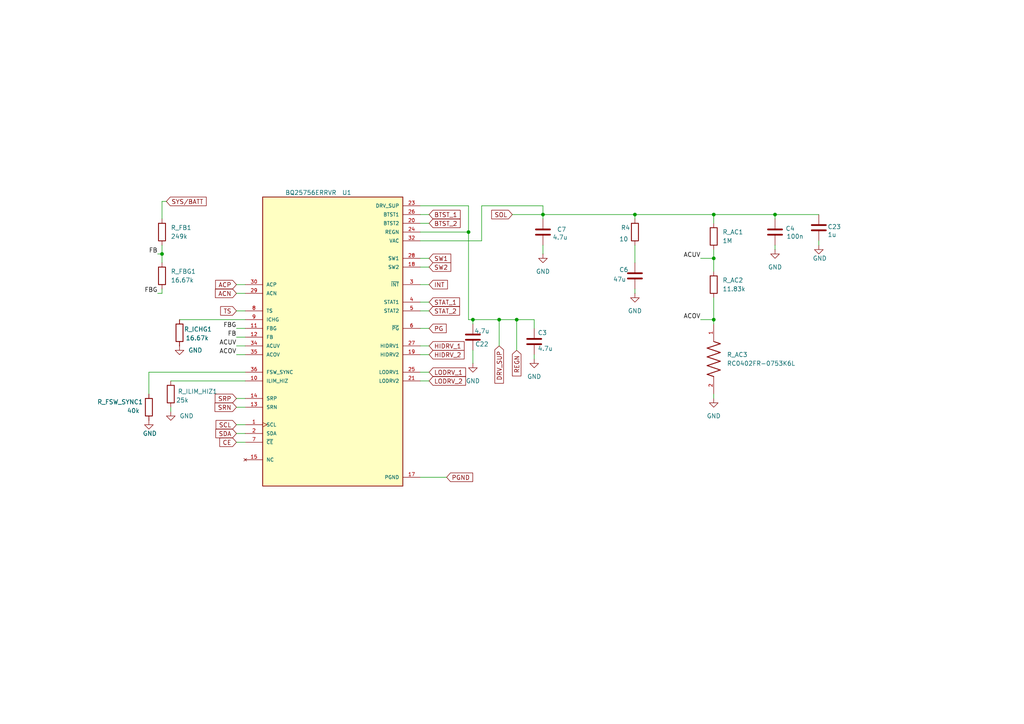
<source format=kicad_sch>
(kicad_sch (version 20250114) (generator "eeschema") (generator_version "9.0")
  (paper "A4")
  (lib_symbols
    (symbol "BQ25756ERRVR:BQ25756ERRVR" (pin_names (offset 1.016))
      (property "Reference" "U" (at -20.32 41.148 0))
      (property "Value" "BQ25756ERRVR" (at -20.32 -45.72 0))
      (symbol "BQ25756ERRVR_0_0"
        (rectangle (start -20.32 -43.18) (end 20.32 40.64) (stroke (width 0.254)) (fill (type background)))
        (pin input line (at -25.4 15.24 0) (length 5.08) (name "ACP") (number "30"))
        (pin input line (at -25.4 12.7 0) (length 5.08) (name "ACN") (number "29"))
        (pin input line (at -25.4 7.62 0) (length 5.08) (name "TS") (number "8"))
        (pin input line (at -25.4 5.08 0) (length 5.08) (name "ICHG") (number "9"))
        (pin input line (at -25.4 2.54 0) (length 5.08) (name "FBG") (number "11"))
        (pin input line (at -25.4 0 0) (length 5.08) (name "FB") (number "12"))
        (pin input line (at -25.4 -2.54 0) (length 5.08) (name "ACUV") (number "34"))
        (pin input line (at -25.4 -5.08 0) (length 5.08) (name "ACOV") (number "35"))
        (pin input line (at -25.4 -10.16 0) (length 5.08) (name "FSW_SYNC") (number "36"))
        (pin input line (at -25.4 -12.7 0) (length 5.08) (name "ILIM_HIZ") (number "10"))
        (pin input line (at -25.4 -17.78 0) (length 5.08) (name "SRP") (number "14"))
        (pin input line (at -25.4 -20.32 0) (length 5.08) (name "SRN") (number "13"))
        (pin input clock (at -25.4 -25.4 0) (length 5.08) (name "SCL") (number "1"))
        (pin bidirectional line (at -25.4 -27.94 0) (length 5.08) (name "SDA") (number "2"))
        (pin bidirectional line (at -25.4 -30.48 0) (length 5.08) (name "~{CE}") (number "7"))
        (pin no_connect line (at -25.4 -35.56 0) (length 5.08) (name "NC") (number "15"))
        (pin no_connect line (at -25.4 -35.56 0) (length 5.08) (hide yes) (name "NC") (number "16"))
        (pin no_connect line (at -25.4 -35.56 0) (length 5.08) (hide yes) (name "NC") (number "31"))
        (pin power_in line (at 25.4 38.1 180) (length 5.08) (name "DRV_SUP") (number "23"))
        (pin power_in line (at 25.4 35.56 180) (length 5.08) (name "BTST1") (number "26"))
        (pin power_in line (at 25.4 33.02 180) (length 5.08) (name "BTST2") (number "20"))
        (pin power_in line (at 25.4 30.48 180) (length 5.08) (name "REGN") (number "24"))
        (pin power_in line (at 25.4 27.94 180) (length 5.08) (name "VAC") (number "32"))
        (pin power_in line (at 25.4 27.94 180) (length 5.08) (hide yes) (name "VAC") (number "33"))
        (pin power_in line (at 25.4 22.86 180) (length 5.08) (name "SW1") (number "28"))
        (pin power_in line (at 25.4 20.32 180) (length 5.08) (name "SW2") (number "18"))
        (pin output line (at 25.4 15.24 180) (length 5.08) (name "~{INT}") (number "3"))
        (pin output line (at 25.4 10.16 180) (length 5.08) (name "STAT1") (number "4"))
        (pin output line (at 25.4 7.62 180) (length 5.08) (name "STAT2") (number "5"))
        (pin output line (at 25.4 2.54 180) (length 5.08) (name "~{PG}") (number "6"))
        (pin output line (at 25.4 -2.54 180) (length 5.08) (name "HIDRV1") (number "27"))
        (pin output line (at 25.4 -5.08 180) (length 5.08) (name "HIDRV2") (number "19"))
        (pin output line (at 25.4 -10.16 180) (length 5.08) (name "LODRV1") (number "25"))
        (pin output line (at 25.4 -12.7 180) (length 5.08) (name "LODRV2") (number "21"))
        (pin power_in line (at 25.4 -40.64 180) (length 5.08) (name "PGND") (number "17"))
        (pin power_in line (at 25.4 -40.64 180) (length 5.08) (hide yes) (name "PGND") (number "22"))
        (pin power_in line (at 25.4 -40.64 180) (length 5.08) (hide yes) (name "PGND") (number "37"))
      )
    )
    (symbol "Device:C" (pin_numbers (hide yes)) (pin_names (offset 0.254))
      (property "Reference" "C" (at 0.635 2.54 0))
      (property "Value" "C" (at 0.635 -2.54 0))
      (symbol "C_0_1"
        (polyline (pts (xy -2.032 0.762) (xy 2.032 0.762)) (stroke (width 0.508)))
        (polyline (pts (xy -2.032 -0.762) (xy 2.032 -0.762)) (stroke (width 0.508)))
      )
      (symbol "C_1_1"
        (pin passive line (at 0 3.81 270) (length 2.794) (name "~") (number "1"))
        (pin passive line (at 0 -3.81 90) (length 2.794) (name "~") (number "2"))
      )
    )
    (symbol "Device:R" (pin_numbers (hide yes)) (pin_names (offset 0))
      (property "Reference" "R" (at 2.032 0 90))
      (property "Value" "R" (at 0 0 90))
      (symbol "R_0_1"
        (rectangle (start -1.016 -2.54) (end 1.016 2.54) (stroke (width 0.254)))
      )
      (symbol "R_1_1"
        (pin passive line (at 0 3.81 270) (length 1.27) (name "~") (number "1"))
        (pin passive line (at 0 -3.81 90) (length 1.27) (name "~") (number "2"))
      )
    )
    (symbol "RC0402FR-0753K6L:RC0402FR-0753K6L" (pin_names (offset 1.016))
      (property "Reference" "R" (at -7.6244 2.5415 0))
      (property "Value" "RC0402FR-0753K6L" (at -7.63 -5.0866 0))
      (symbol "RC0402FR-0753K6L_0_0"
        (polyline (pts (xy -5.08 0) (xy -4.445 1.905)) (stroke (width 0.254)))
        (polyline (pts (xy -4.445 1.905) (xy -3.175 -1.905)) (stroke (width 0.254)))
        (polyline (pts (xy -3.175 -1.905) (xy -1.905 1.905)) (stroke (width 0.254)))
        (polyline (pts (xy -1.905 1.905) (xy -0.635 -1.905)) (stroke (width 0.254)))
        (polyline (pts (xy -0.635 -1.905) (xy 0.635 1.905)) (stroke (width 0.254)))
        (polyline (pts (xy 0.635 1.905) (xy 1.905 -1.905)) (stroke (width 0.254)))
        (polyline (pts (xy 1.905 -1.905) (xy 3.175 1.905)) (stroke (width 0.254)))
        (polyline (pts (xy 3.175 1.905) (xy 4.445 -1.905)) (stroke (width 0.254)))
        (polyline (pts (xy 4.445 -1.905) (xy 5.08 0)) (stroke (width 0.254)))
        (pin passive line (at -10.16 0 0) (length 5.08) (name "~") (number "1"))
        (pin passive line (at 10.16 0 180) (length 5.08) (name "~") (number "2"))
      )
    )
    (symbol "power:GND" (power) (pin_numbers (hide yes)) (pin_names (offset 0) (hide yes))
      (property "Value" "GND" (at 0 -3.81 0))
      (symbol "GND_0_1"
        (polyline (pts (xy 0 0) (xy 0 -1.27) (xy 1.27 -1.27) (xy 0 -2.54) (xy -1.27 -1.27) (xy 0 -1.27)))
      )
      (symbol "GND_1_1"
        (pin power_in line (at 0 0 270) (length 0) (name "~") (number "1"))
      )
    )
  )
  (junction (at 157.48 62.23))
  (junction (at 207.01 74.93))
  (junction (at 207.01 62.23))
  (junction (at 137.16 92.71))
  (junction (at 135.89 67.31))
  (junction (at 149.86 92.71))
  (junction (at 184.15 62.23))
  (junction (at 46.99 73.66))
  (junction (at 224.79 62.23))
  (junction (at 207.01 92.71))
  (junction (at 144.78 92.71))
  (wire (pts (xy 52.07 92.71) (xy 71.12 92.71)))
  (wire (pts (xy 46.99 71.12) (xy 46.99 73.66)))
  (wire (pts (xy 184.15 83.82) (xy 184.15 85.09)))
  (wire (pts (xy 46.99 83.82) (xy 46.99 85.09)))
  (wire (pts (xy 207.01 62.23) (xy 207.01 64.77)))
  (wire (pts (xy 46.99 63.5) (xy 46.99 58.42)))
  (wire (pts (xy 207.01 74.93) (xy 207.01 78.74)))
  (wire (pts (xy 46.99 85.09) (xy 45.72 85.09)))
  (wire (pts (xy 224.79 63.5) (xy 224.79 62.23)))
  (wire (pts (xy 149.86 92.71) (xy 149.86 101.6)))
  (wire (pts (xy 237.49 69.85) (xy 237.49 71.12)))
  (wire (pts (xy 157.48 62.23) (xy 157.48 63.5)))
  (wire (pts (xy 157.48 59.69) (xy 157.48 62.23)))
  (wire (pts (xy 149.86 92.71) (xy 154.94 92.71)))
  (wire (pts (xy 68.58 123.19) (xy 71.12 123.19)))
  (wire (pts (xy 135.89 92.71) (xy 135.89 67.31)))
  (wire (pts (xy 207.01 86.36) (xy 207.01 92.71)))
  (wire (pts (xy 68.58 97.79) (xy 71.12 97.79)))
  (wire (pts (xy 68.58 100.33) (xy 71.12 100.33)))
  (wire (pts (xy 203.2 92.71) (xy 207.01 92.71)))
  (wire (pts (xy 137.16 92.71) (xy 137.16 93.98)))
  (wire (pts (xy 157.48 71.12) (xy 157.48 73.66)))
  (wire (pts (xy 135.89 67.31) (xy 135.89 59.69)))
  (wire (pts (xy 121.92 67.31) (xy 135.89 67.31)))
  (wire (pts (xy 184.15 62.23) (xy 184.15 63.5)))
  (wire (pts (xy 157.48 62.23) (xy 184.15 62.23)))
  (wire (pts (xy 68.58 128.27) (xy 71.12 128.27)))
  (wire (pts (xy 124.46 82.55) (xy 121.92 82.55)))
  (wire (pts (xy 121.92 102.87) (xy 124.46 102.87)))
  (wire (pts (xy 121.92 62.23) (xy 124.46 62.23)))
  (wire (pts (xy 121.92 59.69) (xy 135.89 59.69)))
  (wire (pts (xy 224.79 62.23) (xy 237.49 62.23)))
  (wire (pts (xy 154.94 102.87) (xy 154.94 104.14)))
  (wire (pts (xy 121.92 69.85) (xy 139.7 69.85)))
  (wire (pts (xy 203.2 74.93) (xy 207.01 74.93)))
  (wire (pts (xy 207.01 114.3) (xy 207.01 115.57)))
  (wire (pts (xy 68.58 82.55) (xy 71.12 82.55)))
  (wire (pts (xy 49.53 110.49) (xy 71.12 110.49)))
  (wire (pts (xy 184.15 71.12) (xy 184.15 76.2)))
  (wire (pts (xy 46.99 73.66) (xy 46.99 76.2)))
  (wire (pts (xy 144.78 92.71) (xy 149.86 92.71)))
  (wire (pts (xy 137.16 92.71) (xy 144.78 92.71)))
  (wire (pts (xy 121.92 138.43) (xy 129.54 138.43)))
  (wire (pts (xy 207.01 72.39) (xy 207.01 74.93)))
  (wire (pts (xy 68.58 118.11) (xy 71.12 118.11)))
  (wire (pts (xy 71.12 107.95) (xy 43.18 107.95)))
  (wire (pts (xy 68.58 125.73) (xy 71.12 125.73)))
  (wire (pts (xy 45.72 73.66) (xy 46.99 73.66)))
  (wire (pts (xy 68.58 95.25) (xy 71.12 95.25)))
  (wire (pts (xy 184.15 62.23) (xy 207.01 62.23)))
  (wire (pts (xy 68.58 85.09) (xy 71.12 85.09)))
  (wire (pts (xy 46.99 58.42) (xy 48.26 58.42)))
  (wire (pts (xy 121.92 77.47) (xy 124.46 77.47)))
  (wire (pts (xy 154.94 92.71) (xy 154.94 95.25)))
  (wire (pts (xy 121.92 107.95) (xy 124.46 107.95)))
  (wire (pts (xy 207.01 62.23) (xy 224.79 62.23)))
  (wire (pts (xy 121.92 74.93) (xy 124.46 74.93)))
  (wire (pts (xy 139.7 59.69) (xy 157.48 59.69)))
  (wire (pts (xy 148.59 62.23) (xy 157.48 62.23)))
  (wire (pts (xy 224.79 71.12) (xy 224.79 72.39)))
  (wire (pts (xy 124.46 90.17) (xy 121.92 90.17)))
  (wire (pts (xy 68.58 102.87) (xy 71.12 102.87)))
  (wire (pts (xy 137.16 105.41) (xy 137.16 101.6)))
  (wire (pts (xy 121.92 95.25) (xy 124.46 95.25)))
  (wire (pts (xy 207.01 92.71) (xy 207.01 93.98)))
  (wire (pts (xy 121.92 64.77) (xy 124.46 64.77)))
  (wire (pts (xy 49.53 119.38) (xy 49.53 118.11)))
  (wire (pts (xy 68.58 90.17) (xy 71.12 90.17)))
  (wire (pts (xy 135.89 92.71) (xy 137.16 92.71)))
  (wire (pts (xy 43.18 107.95) (xy 43.18 114.3)))
  (wire (pts (xy 121.92 110.49) (xy 124.46 110.49)))
  (wire (pts (xy 121.92 100.33) (xy 124.46 100.33)))
  (wire (pts (xy 139.7 69.85) (xy 139.7 59.69)))
  (wire (pts (xy 144.78 92.71) (xy 144.78 100.33)))
  (wire (pts (xy 124.46 87.63) (xy 121.92 87.63)))
  (wire (pts (xy 68.58 115.57) (xy 71.12 115.57)))
  (label "ACUV" (at 203.2 74.93 180))
  (label "ACOV" (at 203.2 92.71 180))
  (label "FB" (at 68.58 97.79 180))
  (label "FBG" (at 45.72 85.09 180))
  (label "ACOV" (at 68.58 102.87 180))
  (label "FB" (at 45.72 73.66 180))
  (label "FBG" (at 68.58 95.25 180))
  (label "ACUV" (at 68.58 100.33 180))
  (global_label "BTST_1" (shape input) (at 124.46 62.23 0) (property "Intersheetrefs" "${INTERSHEET_REFS}" (effects (hide yes))))
  (global_label "BTST_2" (shape input) (at 124.46 64.77 0) (property "Intersheetrefs" "${INTERSHEET_REFS}" (effects (hide yes))))
  (global_label "SW1" (shape input) (at 124.46 74.93 0) (property "Intersheetrefs" "${INTERSHEET_REFS}" (effects (hide yes))))
  (global_label "LODRV_1" (shape input) (at 124.46 107.95 0) (property "Intersheetrefs" "${INTERSHEET_REFS}" (effects (hide yes))))
  (global_label "SRN" (shape input) (at 68.58 118.11 180) (property "Intersheetrefs" "${INTERSHEET_REFS}" (effects (hide yes))))
  (global_label "SYS{slash}BATT" (shape input) (at 48.26 58.42 0) (property "Intersheetrefs" "${INTERSHEET_REFS}" (effects (hide yes))))
  (global_label "LODRV_2" (shape input) (at 124.46 110.49 0) (property "Intersheetrefs" "${INTERSHEET_REFS}" (effects (hide yes))))
  (global_label "SW2" (shape input) (at 124.46 77.47 0) (property "Intersheetrefs" "${INTERSHEET_REFS}" (effects (hide yes))))
  (global_label "SOL" (shape input) (at 148.59 62.23 180) (property "Intersheetrefs" "${INTERSHEET_REFS}" (effects (hide yes))))
  (global_label "ACP" (shape input) (at 68.58 82.55 180) (property "Intersheetrefs" "${INTERSHEET_REFS}" (effects (hide yes))))
  (global_label "SRP" (shape input) (at 68.58 115.57 180) (property "Intersheetrefs" "${INTERSHEET_REFS}" (effects (hide yes))))
  (global_label "TS" (shape input) (at 68.58 90.17 180) (property "Intersheetrefs" "${INTERSHEET_REFS}" (effects (hide yes))))
  (global_label "HIDRV_1" (shape input) (at 124.46 100.33 0) (property "Intersheetrefs" "${INTERSHEET_REFS}" (effects (hide yes))))
  (global_label "ACN" (shape input) (at 68.58 85.09 180) (property "Intersheetrefs" "${INTERSHEET_REFS}" (effects (hide yes))))
  (global_label "INT" (shape input) (at 124.46 82.55 0) (property "Intersheetrefs" "${INTERSHEET_REFS}" (effects (hide yes))))
  (global_label "PGND" (shape input) (at 129.54 138.43 0) (property "Intersheetrefs" "${INTERSHEET_REFS}" (effects (hide yes))))
  (global_label "HIDRV_2" (shape input) (at 124.46 102.87 0) (property "Intersheetrefs" "${INTERSHEET_REFS}" (effects (hide yes))))
  (global_label "DRV_SUP" (shape input) (at 144.78 100.33 270) (property "Intersheetrefs" "${INTERSHEET_REFS}" (effects (hide yes))))
  (global_label "STAT_1" (shape input) (at 124.46 87.63 0) (property "Intersheetrefs" "${INTERSHEET_REFS}" (effects (hide yes))))
  (global_label "CE" (shape input) (at 68.58 128.27 180) (property "Intersheetrefs" "${INTERSHEET_REFS}" (effects (hide yes))))
  (global_label "PG" (shape input) (at 124.46 95.25 0) (property "Intersheetrefs" "${INTERSHEET_REFS}" (effects (hide yes))))
  (global_label "SDA" (shape input) (at 68.58 125.73 180) (property "Intersheetrefs" "${INTERSHEET_REFS}" (effects (hide yes))))
  (global_label "STAT_2" (shape input) (at 124.46 90.17 0) (property "Intersheetrefs" "${INTERSHEET_REFS}" (effects (hide yes))))
  (global_label "REGN" (shape input) (at 149.86 101.6 270) (property "Intersheetrefs" "${INTERSHEET_REFS}" (effects (hide yes))))
  (global_label "SCL" (shape input) (at 68.58 123.19 180) (property "Intersheetrefs" "${INTERSHEET_REFS}" (effects (hide yes))))
  (symbol (lib_id "power:GND") (at 154.94 104.14 0) (unit 1)
    (property "Reference" "#PWR07" (effects (hide yes)))
    (property "Value" "GND" (at 154.94 109.22 0))
    (property "Description" "Power symbol creates a global label with name \"GND\" , ground" (effects (hide yes)))
  )
  (symbol (lib_id "Device:C") (at 184.15 80.01 0) (unit 1)
    (property "Reference" "C6" (at 179.578 78.232 0) (effects (justify left)))
    (property "Value" "47u" (at 177.8 81.026 0) (effects (justify left)))
    (property "Footprint" "Capacitor_SMD:C_0603_1608Metric" (effects (hide yes)))
    (property "Description" "Unpolarized capacitor" (effects (hide yes)))
  )
  (symbol (lib_id "Device:R") (at 207.01 68.58 0) (unit 1)
    (property "Reference" "R_AC1" (at 209.55 67.3099 0) (effects (justify left)))
    (property "Value" "1M" (at 209.55 69.8499 0) (effects (justify left)))
    (property "Footprint" "Resistor_SMD:R_0201_0603Metric" (effects (hide yes)))
    (property "Description" "Resistor" (effects (hide yes)))
  )
  (symbol (lib_id "power:GND") (at 184.15 85.09 0) (unit 1)
    (property "Reference" "#PWR011" (effects (hide yes)))
    (property "Value" "GND" (at 184.15 90.17 0))
    (property "Description" "Power symbol creates a global label with name \"GND\" , ground" (effects (hide yes)))
  )
  (symbol (lib_id "power:GND") (at 52.07 100.33 0) (unit 1)
    (property "Reference" "#PWR08" (effects (hide yes)))
    (property "Value" "GND" (at 54.61 101.5999 0) (effects (justify left)))
    (property "Description" "Power symbol creates a global label with name \"GND\" , ground" (effects (hide yes)))
  )
  (symbol (lib_id "power:GND") (at 137.16 105.41 0) (unit 1)
    (property "Reference" "#PWR025" (effects (hide yes)))
    (property "Value" "GND" (at 137.16 110.49 0))
    (property "Description" "Power symbol creates a global label with name \"GND\" , ground" (effects (hide yes)))
  )
  (symbol (lib_id "Device:R") (at 184.15 67.31 0) (unit 1)
    (property "Reference" "R4" (at 180.086 66.04 0) (effects (justify left)))
    (property "Value" "10" (at 179.578 69.342 0) (effects (justify left)))
    (property "Footprint" "Resistor_SMD:R_0603_1608Metric" (effects (hide yes)))
    (property "Description" "Resistor" (effects (hide yes)))
  )
  (symbol (lib_id "Device:R") (at 49.53 114.3 180) (unit 1)
    (property "Reference" "R_ILIM_HIZ1" (at 51.562 113.538 0) (effects (justify right)))
    (property "Value" "25k" (at 51.054 116.078 0) (effects (justify right)))
    (property "Footprint" "Resistor_SMD:R_0402_1005Metric" (effects (hide yes)))
    (property "Description" "Resistor" (effects (hide yes)))
  )
  (symbol (lib_id "power:GND") (at 224.79 72.39 0) (unit 1)
    (property "Reference" "#PWR02" (effects (hide yes)))
    (property "Value" "GND" (at 224.79 77.47 0))
    (property "Description" "Power symbol creates a global label with name \"GND\" , ground" (effects (hide yes)))
  )
  (symbol (lib_id "Device:R") (at 52.07 96.52 180) (unit 1)
    (property "Reference" "R_ICHG1" (at 53.34 95.504 0) (effects (justify right)))
    (property "Value" "16.67k" (at 53.848 98.044 0) (effects (justify right)))
    (property "Footprint" "Resistor_SMD:R_0603_1608Metric" (effects (hide yes)))
    (property "Description" "Resistor" (effects (hide yes)))
  )
  (symbol (lib_id "Device:R") (at 207.01 82.55 0) (unit 1)
    (property "Reference" "R_AC2" (at 209.55 81.2799 0) (effects (justify left)))
    (property "Value" "11.83k" (at 209.55 83.8199 0) (effects (justify left)))
    (property "Footprint" "Resistor_SMD:R_0603_1608Metric" (effects (hide yes)))
    (property "Description" "Resistor" (effects (hide yes)))
  )
  (symbol (lib_id "RC0402FR-0753K6L:RC0402FR-0753K6L") (at 207.01 104.14 270) (unit 1)
    (property "Reference" "R_AC3" (at 210.82 102.8699 90) (effects (justify left)))
    (property "Value" "RC0402FR-0753K6L" (at 210.82 105.4099 90) (effects (justify left)))
    (property "Footprint" "bmsfootprints:RC0402FR-0753K6L" (effects (hide yes)))
  )
  (symbol (lib_id "Device:C") (at 224.79 67.31 0) (unit 1)
    (property "Reference" "C4" (at 227.838 66.294 0) (effects (justify left)))
    (property "Value" "100n" (at 228.092 68.58 0) (effects (justify left)))
    (property "Footprint" "Capacitor_SMD:C_0402_1005Metric" (effects (hide yes)))
    (property "Description" "Unpolarized capacitor" (effects (hide yes)))
  )
  (symbol (lib_id "power:GND") (at 207.01 115.57 0) (unit 1)
    (property "Reference" "#PWR010" (effects (hide yes)))
    (property "Value" "GND" (at 207.01 120.65 0))
    (property "Description" "Power symbol creates a global label with name \"GND\" , ground" (effects (hide yes)))
  )
  (symbol (lib_id "Device:C") (at 137.16 97.79 0) (unit 1)
    (property "Reference" "C22" (at 141.732 99.822 0) (effects (justify right)))
    (property "Value" "4.7u" (at 141.986 96.012 0) (effects (justify right)))
    (property "Footprint" "Capacitor_SMD:C_0603_1608Metric" (effects (hide yes)))
    (property "Description" "Unpolarized capacitor" (effects (hide yes)))
  )
  (symbol (lib_id "power:GND") (at 157.48 73.66 0) (unit 1)
    (property "Reference" "#PWR022" (effects (hide yes)))
    (property "Value" "GND" (at 157.48 78.74 0))
    (property "Description" "Power symbol creates a global label with name \"GND\" , ground" (effects (hide yes)))
  )
  (symbol (lib_id "Device:C") (at 157.48 67.31 0) (unit 1)
    (property "Reference" "C7" (at 161.544 66.548 0) (effects (justify left)))
    (property "Value" "4.7u" (at 160.274 68.834 0) (effects (justify left)))
    (property "Footprint" "Capacitor_SMD:C_0603_1608Metric" (effects (hide yes)))
    (property "Description" "Unpolarized capacitor" (effects (hide yes)))
  )
  (symbol (lib_id "power:GND") (at 49.53 119.38 0) (unit 1)
    (property "Reference" "#PWR014" (effects (hide yes)))
    (property "Value" "GND" (at 52.07 120.6499 0) (effects (justify left)))
    (property "Description" "Power symbol creates a global label with name \"GND\" , ground" (effects (hide yes)))
  )
  (symbol (lib_id "Device:R") (at 43.18 118.11 180) (unit 1)
    (property "Reference" "R_FSW_SYNC1" (at 28.194 116.586 0) (effects (justify right)))
    (property "Value" "40k" (at 36.83 119.126 0) (effects (justify right)))
    (property "Footprint" "Resistor_SMD:R_0402_1005Metric" (effects (hide yes)))
    (property "Description" "Resistor" (effects (hide yes)))
  )
  (symbol (lib_id "Device:C") (at 237.49 66.04 0) (unit 1)
    (property "Reference" "C23" (at 240.03 65.786 0) (effects (justify left)))
    (property "Value" "1u" (at 240.03 68.072 0) (effects (justify left)))
    (property "Footprint" "Capacitor_SMD:C_0201_0603Metric" (effects (hide yes)))
    (property "Description" "Unpolarized capacitor" (effects (hide yes)))
  )
  (symbol (lib_id "Device:C") (at 154.94 99.06 0) (unit 1)
    (property "Reference" "C3" (at 155.956 96.52 0) (effects (justify left)))
    (property "Value" "4.7u" (at 155.956 101.092 0) (effects (justify left)))
    (property "Footprint" "Capacitor_SMD:C_0603_1608Metric" (effects (hide yes)))
    (property "Description" "Unpolarized capacitor" (effects (hide yes)))
  )
  (symbol (lib_id "BQ25756ERRVR:BQ25756ERRVR") (at 96.52 97.79 0) (unit 1)
    (property "Reference" "U1" (at 100.584 55.88 0))
    (property "Value" "BQ25756ERRVR" (at 90.17 55.88 0))
    (property "Footprint" "bmsfootprints:IC_BQ25756ERRVR" (effects (hide yes)))
    (property "MF" "Texas Instruments" (effects (hide yes)))
    (property "MAXIMUM_PACKAGE_HEIGHT" "1 mm" (effects (hide yes)))
    (property "Package" "None" (effects (hide yes)))
    (property "Price" "None" (effects (hide yes)))
    (property "Check_prices" "https://www.snapeda.com/parts/BQ25756ERRVR/Texas+Instruments/view-part/?ref=eda" (effects (hide yes)))
    (property "STANDARD" "Manufacturer Recommendations" (effects (hide yes)))
    (property "PARTREV" "November 2023" (effects (hide yes)))
    (property "SnapEDA_Link" "https://www.snapeda.com/parts/BQ25756ERRVR/Texas+Instruments/view-part/?ref=snap" (effects (hide yes)))
    (property "MP" "BQ25756ERRVR" (effects (hide yes)))
    (property "Description_1" "Stand-alone or I²C-controlled bidirectional buck-boost charge controller for up to 7S batteries" (effects (hide yes)))
    (property "Availability" "In Stock" (effects (hide yes)))
    (property "MANUFACTURER" "Texas Instruments" (effects (hide yes)))
  )
  (symbol (lib_id "power:GND") (at 237.49 71.12 0) (unit 1)
    (property "Reference" "#PWR024" (effects (hide yes)))
    (property "Value" "GND" (at 235.712 74.93 0) (effects (justify left)))
    (property "Description" "Power symbol creates a global label with name \"GND\" , ground" (effects (hide yes)))
  )
  (symbol (lib_id "Device:R") (at 46.99 67.31 0) (unit 1)
    (property "Reference" "R_FB1" (at 49.53 66.0399 0) (effects (justify left)))
    (property "Value" "249k" (at 49.53 68.5799 0) (effects (justify left)))
    (property "Footprint" "Resistor_SMD:R_0402_1005Metric" (effects (hide yes)))
    (property "Description" "Resistor" (effects (hide yes)))
  )
  (symbol (lib_id "power:GND") (at 43.18 121.92 0) (unit 1)
    (property "Reference" "#PWR05" (effects (hide yes)))
    (property "Value" "GND" (at 41.402 125.73 0) (effects (justify left)))
    (property "Description" "Power symbol creates a global label with name \"GND\" , ground" (effects (hide yes)))
  )
  (symbol (lib_id "Device:R") (at 46.99 80.01 0) (unit 1)
    (property "Reference" "R_FBG1" (at 49.53 78.7399 0) (effects (justify left)))
    (property "Value" "16.67k" (at 49.53 81.2799 0) (effects (justify left)))
    (property "Footprint" "Resistor_SMD:R_0603_1608Metric" (effects (hide yes)))
    (property "Description" "Resistor" (effects (hide yes)))
  )
)
</source>
